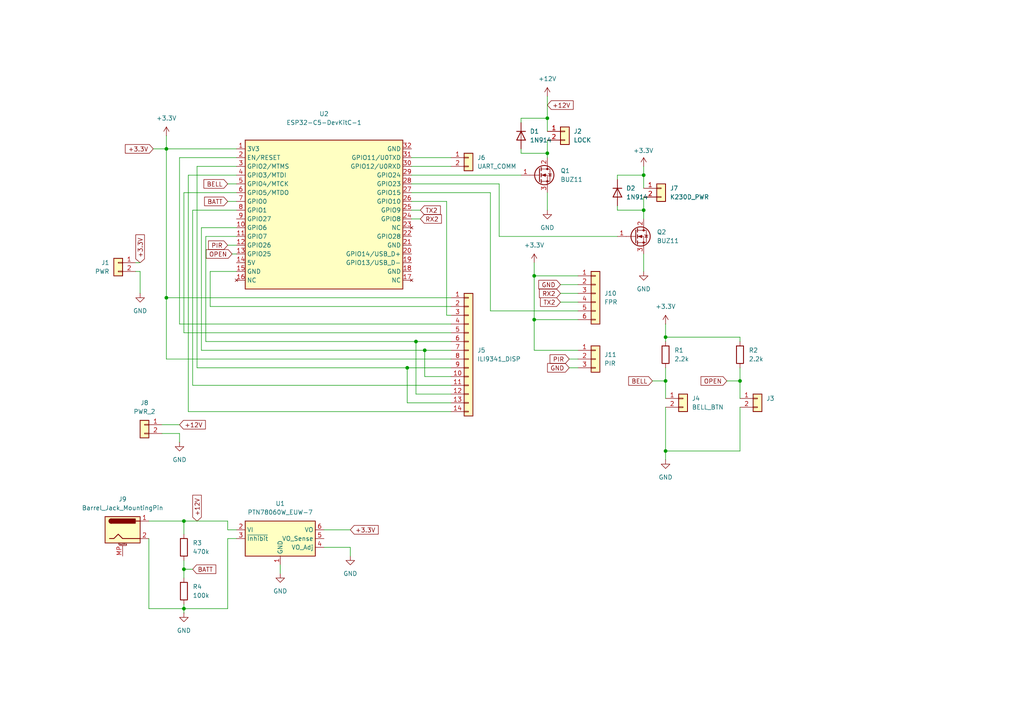
<source format=kicad_sch>
(kicad_sch (version 20250114) (generator "eeschema") (generator_version "9.0")
  (paper "A4")
  (lib_symbols
    (symbol "Connector:Barrel_Jack_MountingPin" (pin_names (hide yes))
      (property "Reference" "J" (at 0 5.334 0))
      (property "Value" "Barrel_Jack_MountingPin" (at 1.27 -6.35 0))
      (symbol "Barrel_Jack_MountingPin_0_1"
        (rectangle (start -5.08 3.81) (end 5.08 -3.81) (stroke (width 0.254)) (fill (type background)))
        (polyline (pts (xy -3.81 -2.54) (xy -2.54 -2.54) (xy -1.27 -1.27) (xy 0 -2.54) (xy 2.54 -2.54) (xy 5.08 -2.54)) (stroke (width 0.254)))
        (arc (start -3.302 1.905) (mid -3.9343 2.54) (end -3.302 3.175) (stroke (width 0.254)))
        (arc (start -3.302 1.905) (mid -3.9343 2.54) (end -3.302 3.175) (stroke (width 0.254)) (fill (type outline)))
        (rectangle (start 3.683 3.175) (end -3.302 1.905) (stroke (width 0.254)) (fill (type outline)))
        (polyline (pts (xy 5.08 2.54) (xy 3.81 2.54)) (stroke (width 0.254)))
      )
      (symbol "Barrel_Jack_MountingPin_1_1"
        (polyline (pts (xy -1.016 -4.572) (xy 1.016 -4.572)) (stroke (width 0.1524)))
        (text "Mounting" (at 0 -4.191 0) (effects (font (size 0.381 0.381))))
        (pin passive line (at 0 -7.62 90) (length 3.048) (name "MountPin") (number "MP"))
        (pin passive line (at 7.62 2.54 180) (length 2.54) (name "~") (number "1"))
        (pin passive line (at 7.62 -2.54 180) (length 2.54) (name "~") (number "2"))
      )
    )
    (symbol "Connector_Generic:Conn_01x02" (pin_names (offset 1.016) (hide yes))
      (property "Reference" "J" (at 0 2.54 0))
      (property "Value" "Conn_01x02" (at 0 -5.08 0))
      (symbol "Conn_01x02_1_1"
        (rectangle (start -1.27 1.27) (end 1.27 -3.81) (stroke (width 0.254)) (fill (type background)))
        (rectangle (start -1.27 0.127) (end 0 -0.127) (stroke (width 0.1524)))
        (rectangle (start -1.27 -2.413) (end 0 -2.667) (stroke (width 0.1524)))
        (pin passive line (at -5.08 0 0) (length 3.81) (name "Pin_1") (number "1"))
        (pin passive line (at -5.08 -2.54 0) (length 3.81) (name "Pin_2") (number "2"))
      )
    )
    (symbol "Connector_Generic:Conn_01x03" (pin_names (offset 1.016) (hide yes))
      (property "Reference" "J" (at 0 5.08 0))
      (property "Value" "Conn_01x03" (at 0 -5.08 0))
      (symbol "Conn_01x03_1_1"
        (rectangle (start -1.27 3.81) (end 1.27 -3.81) (stroke (width 0.254)) (fill (type background)))
        (rectangle (start -1.27 2.667) (end 0 2.413) (stroke (width 0.1524)))
        (rectangle (start -1.27 0.127) (end 0 -0.127) (stroke (width 0.1524)))
        (rectangle (start -1.27 -2.413) (end 0 -2.667) (stroke (width 0.1524)))
        (pin passive line (at -5.08 2.54 0) (length 3.81) (name "Pin_1") (number "1"))
        (pin passive line (at -5.08 0 0) (length 3.81) (name "Pin_2") (number "2"))
        (pin passive line (at -5.08 -2.54 0) (length 3.81) (name "Pin_3") (number "3"))
      )
    )
    (symbol "Connector_Generic:Conn_01x06" (pin_names (offset 1.016) (hide yes))
      (property "Reference" "J" (at 0 7.62 0))
      (property "Value" "Conn_01x06" (at 0 -10.16 0))
      (symbol "Conn_01x06_1_1"
        (rectangle (start -1.27 6.35) (end 1.27 -8.89) (stroke (width 0.254)) (fill (type background)))
        (rectangle (start -1.27 5.207) (end 0 4.953) (stroke (width 0.1524)))
        (rectangle (start -1.27 2.667) (end 0 2.413) (stroke (width 0.1524)))
        (rectangle (start -1.27 0.127) (end 0 -0.127) (stroke (width 0.1524)))
        (rectangle (start -1.27 -2.413) (end 0 -2.667) (stroke (width 0.1524)))
        (rectangle (start -1.27 -4.953) (end 0 -5.207) (stroke (width 0.1524)))
        (rectangle (start -1.27 -7.493) (end 0 -7.747) (stroke (width 0.1524)))
        (pin passive line (at -5.08 5.08 0) (length 3.81) (name "Pin_1") (number "1"))
        (pin passive line (at -5.08 2.54 0) (length 3.81) (name "Pin_2") (number "2"))
        (pin passive line (at -5.08 0 0) (length 3.81) (name "Pin_3") (number "3"))
        (pin passive line (at -5.08 -2.54 0) (length 3.81) (name "Pin_4") (number "4"))
        (pin passive line (at -5.08 -5.08 0) (length 3.81) (name "Pin_5") (number "5"))
        (pin passive line (at -5.08 -7.62 0) (length 3.81) (name "Pin_6") (number "6"))
      )
    )
    (symbol "Connector_Generic:Conn_01x14" (pin_names (offset 1.016) (hide yes))
      (property "Reference" "J" (at 0 17.78 0))
      (property "Value" "Conn_01x14" (at 0 -20.32 0))
      (symbol "Conn_01x14_1_1"
        (rectangle (start -1.27 16.51) (end 1.27 -19.05) (stroke (width 0.254)) (fill (type background)))
        (rectangle (start -1.27 15.367) (end 0 15.113) (stroke (width 0.1524)))
        (rectangle (start -1.27 12.827) (end 0 12.573) (stroke (width 0.1524)))
        (rectangle (start -1.27 10.287) (end 0 10.033) (stroke (width 0.1524)))
        (rectangle (start -1.27 7.747) (end 0 7.493) (stroke (width 0.1524)))
        (rectangle (start -1.27 5.207) (end 0 4.953) (stroke (width 0.1524)))
        (rectangle (start -1.27 2.667) (end 0 2.413) (stroke (width 0.1524)))
        (rectangle (start -1.27 0.127) (end 0 -0.127) (stroke (width 0.1524)))
        (rectangle (start -1.27 -2.413) (end 0 -2.667) (stroke (width 0.1524)))
        (rectangle (start -1.27 -4.953) (end 0 -5.207) (stroke (width 0.1524)))
        (rectangle (start -1.27 -7.493) (end 0 -7.747) (stroke (width 0.1524)))
        (rectangle (start -1.27 -10.033) (end 0 -10.287) (stroke (width 0.1524)))
        (rectangle (start -1.27 -12.573) (end 0 -12.827) (stroke (width 0.1524)))
        (rectangle (start -1.27 -15.113) (end 0 -15.367) (stroke (width 0.1524)))
        (rectangle (start -1.27 -17.653) (end 0 -17.907) (stroke (width 0.1524)))
        (pin passive line (at -5.08 15.24 0) (length 3.81) (name "Pin_1") (number "1"))
        (pin passive line (at -5.08 12.7 0) (length 3.81) (name "Pin_2") (number "2"))
        (pin passive line (at -5.08 10.16 0) (length 3.81) (name "Pin_3") (number "3"))
        (pin passive line (at -5.08 7.62 0) (length 3.81) (name "Pin_4") (number "4"))
        (pin passive line (at -5.08 5.08 0) (length 3.81) (name "Pin_5") (number "5"))
        (pin passive line (at -5.08 2.54 0) (length 3.81) (name "Pin_6") (number "6"))
        (pin passive line (at -5.08 0 0) (length 3.81) (name "Pin_7") (number "7"))
        (pin passive line (at -5.08 -2.54 0) (length 3.81) (name "Pin_8") (number "8"))
        (pin passive line (at -5.08 -5.08 0) (length 3.81) (name "Pin_9") (number "9"))
        (pin passive line (at -5.08 -7.62 0) (length 3.81) (name "Pin_10") (number "10"))
        (pin passive line (at -5.08 -10.16 0) (length 3.81) (name "Pin_11") (number "11"))
        (pin passive line (at -5.08 -12.7 0) (length 3.81) (name "Pin_12") (number "12"))
        (pin passive line (at -5.08 -15.24 0) (length 3.81) (name "Pin_13") (number "13"))
        (pin passive line (at -5.08 -17.78 0) (length 3.81) (name "Pin_14") (number "14"))
      )
    )
    (symbol "Converter_DCDC:PTN78060W_EUW-7"
      (property "Reference" "U" (at -6.35 6.35 0))
      (property "Value" "PTN78060W_EUW-7" (at 3.81 6.35 0))
      (symbol "PTN78060W_EUW-7_0_1"
        (rectangle (start -10.16 5.08) (end 10.16 -5.08) (stroke (width 0.254)) (fill (type background)))
      )
      (symbol "PTN78060W_EUW-7_1_1"
        (pin power_in line (at -12.7 2.54 0) (length 2.54) (name "VI") (number "2"))
        (pin input line (at -12.7 0 0) (length 2.54) (name "~{Inhibit}") (number "3"))
        (pin power_in line (at 0 -7.62 90) (length 2.54) (name "GND") (number "1"))
        (pin passive line (at 0 -7.62 90) (length 2.54) (hide yes) (name "GND") (number "7"))
        (pin power_out line (at 12.7 2.54 180) (length 2.54) (name "VO") (number "6"))
        (pin power_out line (at 12.7 0 180) (length 2.54) (name "VO_Sense") (number "5"))
        (pin input line (at 12.7 -2.54 180) (length 2.54) (name "VO_Adj") (number "4"))
      )
    )
    (symbol "Device:R" (pin_numbers (hide yes)) (pin_names (offset 0))
      (property "Reference" "R" (at 2.032 0 90))
      (property "Value" "R" (at 0 0 90))
      (symbol "R_0_1"
        (rectangle (start -1.016 -2.54) (end 1.016 2.54) (stroke (width 0.254)))
      )
      (symbol "R_1_1"
        (pin passive line (at 0 3.81 270) (length 1.27) (name "~") (number "1"))
        (pin passive line (at 0 -3.81 90) (length 1.27) (name "~") (number "2"))
      )
    )
    (symbol "Diode:1N914" (pin_numbers (hide yes)) (pin_names (hide yes))
      (property "Reference" "D" (at 0 2.54 0))
      (property "Value" "1N914" (at 0 -2.54 0))
      (symbol "1N914_0_1"
        (polyline (pts (xy -1.27 1.27) (xy -1.27 -1.27)) (stroke (width 0.254)))
        (polyline (pts (xy 1.27 1.27) (xy 1.27 -1.27) (xy -1.27 0) (xy 1.27 1.27)) (stroke (width 0.254)))
        (polyline (pts (xy 1.27 0) (xy -1.27 0)))
      )
      (symbol "1N914_1_1"
        (pin passive line (at -3.81 0 0) (length 2.54) (name "K") (number "1"))
        (pin passive line (at 3.81 0 180) (length 2.54) (name "A") (number "2"))
      )
    )
    (symbol "PCM_Espressif:ESP32-C5-DevKitC-1"
      (property "Reference" "U" (at -22.352 -0.254 0))
      (property "Value" "ESP32-C5-DevKitC-1" (at -11.938 -2.286 0))
      (property "Datasheet" "https://docs.espressif.com/projects/esp-dev-kits/en/latest/esp32c5/esp32-c5-devkitc-1/user_guide.html" (at 2.032 -54.61 0))
      (symbol "ESP32-C5-DevKitC-1_0_1"
        (rectangle (start -22.86 -3.81) (end 22.86 -46.99) (stroke (width 0.254)) (fill (type background)))
      )
      (symbol "ESP32-C5-DevKitC-1_1_0"
        (pin input line (at -25.4 -8.89 0) (length 2.54) (name "EN/RESET") (number "2"))
        (pin power_in line (at -25.4 -39.37 0) (length 2.54) (name "5V") (number "14"))
      )
      (symbol "ESP32-C5-DevKitC-1_1_1"
        (pin power_in line (at -25.4 -6.35 0) (length 2.54) (name "3V3") (number "1"))
        (pin bidirectional line (at -25.4 -11.43 0) (length 2.54) (name "GPIO2/MTMS") (number "3"))
        (pin bidirectional line (at -25.4 -13.97 0) (length 2.54) (name "GPIO3/MTDI") (number "4"))
        (pin bidirectional line (at -25.4 -16.51 0) (length 2.54) (name "GPIO4/MTCK") (number "5"))
        (pin bidirectional line (at -25.4 -19.05 0) (length 2.54) (name "GPIO5/MTDO") (number "6"))
        (pin bidirectional line (at -25.4 -21.59 0) (length 2.54) (name "GPIO0") (number "7"))
        (pin bidirectional line (at -25.4 -24.13 0) (length 2.54) (name "GPIO1") (number "8"))
        (pin bidirectional line (at -25.4 -26.67 0) (length 2.54) (name "GPIO27") (number "9"))
        (pin bidirectional line (at -25.4 -29.21 0) (length 2.54) (name "GPIO6") (number "10"))
        (pin bidirectional line (at -25.4 -31.75 0) (length 2.54) (name "GPIO7") (number "11"))
        (pin bidirectional line (at -25.4 -34.29 0) (length 2.54) (name "GPIO26") (number "12"))
        (pin bidirectional line (at -25.4 -36.83 0) (length 2.54) (name "GPIO25") (number "13"))
        (pin power_in line (at -25.4 -41.91 0) (length 2.54) (name "GND") (number "15"))
        (pin no_connect line (at -25.4 -44.45 0) (length 2.54) (name "NC") (number "16"))
        (pin power_in line (at 25.4 -6.35 180) (length 2.54) (name "GND") (number "32"))
        (pin bidirectional line (at 25.4 -8.89 180) (length 2.54) (name "GPIO11/U0TXD") (number "31"))
        (pin bidirectional line (at 25.4 -11.43 180) (length 2.54) (name "GPIO12/U0RXD") (number "30"))
        (pin bidirectional line (at 25.4 -13.97 180) (length 2.54) (name "GPIO24") (number "29"))
        (pin bidirectional line (at 25.4 -16.51 180) (length 2.54) (name "GPIO23") (number "28"))
        (pin bidirectional line (at 25.4 -19.05 180) (length 2.54) (name "GPIO15") (number "27"))
        (pin bidirectional line (at 25.4 -21.59 180) (length 2.54) (name "GPIO10") (number "26"))
        (pin bidirectional line (at 25.4 -24.13 180) (length 2.54) (name "GPIO9") (number "25"))
        (pin bidirectional line (at 25.4 -26.67 180) (length 2.54) (name "GPIO8") (number "24"))
        (pin no_connect line (at 25.4 -29.21 180) (length 2.54) (name "NC") (number "23"))
        (pin bidirectional line (at 25.4 -31.75 180) (length 2.54) (name "GPIO28") (number "22"))
        (pin power_in line (at 25.4 -34.29 180) (length 2.54) (name "GND") (number "21"))
        (pin bidirectional line (at 25.4 -36.83 180) (length 2.54) (name "GPIO14/USB_D+") (number "20"))
        (pin bidirectional line (at 25.4 -39.37 180) (length 2.54) (name "GPIO13/USB_D-") (number "19"))
        (pin power_in line (at 25.4 -41.91 180) (length 2.54) (name "GND") (number "18"))
        (pin no_connect line (at 25.4 -44.45 180) (length 2.54) (name "NC") (number "17"))
      )
    )
    (symbol "Transistor_FET:BUZ11" (pin_names (hide yes))
      (property "Reference" "Q" (at 5.08 1.905 0))
      (property "Value" "BUZ11" (at 5.08 0 0))
      (symbol "BUZ11_0_1"
        (polyline (pts (xy 0.254 1.905) (xy 0.254 -1.905)) (stroke (width 0.254)))
        (polyline (pts (xy 0.254 0) (xy -2.54 0)))
        (polyline (pts (xy 0.762 2.286) (xy 0.762 1.27)) (stroke (width 0.254)))
        (polyline (pts (xy 0.762 0.508) (xy 0.762 -0.508)) (stroke (width 0.254)))
        (polyline (pts (xy 0.762 -1.27) (xy 0.762 -2.286)) (stroke (width 0.254)))
        (polyline (pts (xy 0.762 -1.778) (xy 3.302 -1.778) (xy 3.302 1.778) (xy 0.762 1.778)))
        (polyline (pts (xy 1.016 0) (xy 2.032 0.381) (xy 2.032 -0.381) (xy 1.016 0)) (fill (type outline)))
        (circle (center 1.651 0) (radius 2.794) (stroke (width 0.254)))
        (polyline (pts (xy 2.54 2.54) (xy 2.54 1.778)))
        (circle (center 2.54 1.778) (radius 0.254) (fill (type outline)))
        (circle (center 2.54 -1.778) (radius 0.254) (fill (type outline)))
        (polyline (pts (xy 2.54 -2.54) (xy 2.54 0) (xy 0.762 0)))
        (polyline (pts (xy 2.794 0.508) (xy 2.921 0.381) (xy 3.683 0.381) (xy 3.81 0.254)))
        (polyline (pts (xy 3.302 0.381) (xy 2.921 -0.254) (xy 3.683 -0.254) (xy 3.302 0.381)))
      )
      (symbol "BUZ11_1_1"
        (pin input line (at -5.08 0 0) (length 2.54) (name "G") (number "1"))
        (pin passive line (at 2.54 5.08 270) (length 2.54) (name "D") (number "2"))
        (pin passive line (at 2.54 -5.08 90) (length 2.54) (name "S") (number "3"))
      )
    )
    (symbol "power:+12V" (power) (pin_numbers (hide yes)) (pin_names (offset 0) (hide yes))
      (property "Value" "+12V" (at 0 3.556 0))
      (symbol "+12V_0_1"
        (polyline (pts (xy -0.762 1.27) (xy 0 2.54)))
        (polyline (pts (xy 0 2.54) (xy 0.762 1.27)))
        (polyline (pts (xy 0 0) (xy 0 2.54)))
      )
      (symbol "+12V_1_1"
        (pin power_in line (at 0 0 90) (length 0) (name "~") (number "1"))
      )
    )
    (symbol "power:+3.3V" (power) (pin_numbers (hide yes)) (pin_names (offset 0) (hide yes))
      (property "Value" "+3.3V" (at 0 3.556 0))
      (symbol "+3.3V_0_1"
        (polyline (pts (xy -0.762 1.27) (xy 0 2.54)))
        (polyline (pts (xy 0 2.54) (xy 0.762 1.27)))
        (polyline (pts (xy 0 0) (xy 0 2.54)))
      )
      (symbol "+3.3V_1_1"
        (pin power_in line (at 0 0 90) (length 0) (name "~") (number "1"))
      )
    )
    (symbol "power:+5V" (power) (pin_numbers (hide yes)) (pin_names (offset 0) (hide yes))
      (property "Value" "+5V" (at 0 3.556 0))
      (symbol "+5V_0_1"
        (polyline (pts (xy -0.762 1.27) (xy 0 2.54)))
        (polyline (pts (xy 0 2.54) (xy 0.762 1.27)))
        (polyline (pts (xy 0 0) (xy 0 2.54)))
      )
      (symbol "+5V_1_1"
        (pin power_in line (at 0 0 90) (length 0) (name "~") (number "1"))
      )
    )
    (symbol "power:GND" (power) (pin_numbers (hide yes)) (pin_names (offset 0) (hide yes))
      (property "Value" "GND" (at 0 -3.81 0))
      (symbol "GND_0_1"
        (polyline (pts (xy 0 0) (xy 0 -1.27) (xy 1.27 -1.27) (xy 0 -2.54) (xy -1.27 -1.27) (xy 0 -1.27)))
      )
      (symbol "GND_1_1"
        (pin power_in line (at 0 0 270) (length 0) (name "~") (number "1"))
      )
    )
  )
  (junction (at 193.04 110.49))
  (junction (at 48.26 86.36))
  (junction (at 118.11 106.68))
  (junction (at 53.34 151.13))
  (junction (at 53.34 176.53))
  (junction (at 123.19 101.6))
  (junction (at 158.75 44.45))
  (junction (at 186.69 60.96))
  (junction (at 53.34 165.1))
  (junction (at 154.94 80.01))
  (junction (at 193.04 130.81))
  (junction (at 214.63 110.49))
  (junction (at 158.75 34.29))
  (junction (at 154.94 92.71))
  (junction (at 120.65 99.06))
  (junction (at 48.26 43.18))
  (junction (at 186.69 50.8))
  (junction (at 193.04 97.79))
  (wire (pts (xy 214.63 130.81) (xy 193.04 130.81)))
  (wire (pts (xy 119.38 45.72) (xy 130.81 45.72)))
  (wire (pts (xy 154.94 80.01) (xy 154.94 76.2)))
  (wire (pts (xy 39.37 78.74) (xy 40.64 78.74)))
  (wire (pts (xy 52.07 125.73) (xy 52.07 128.27)))
  (wire (pts (xy 43.18 156.21) (xy 43.18 176.53)))
  (wire (pts (xy 60.96 78.74) (xy 68.58 78.74)))
  (wire (pts (xy 179.07 60.96) (xy 186.69 60.96)))
  (wire (pts (xy 186.69 48.26) (xy 186.69 50.8)))
  (wire (pts (xy 66.04 71.12) (xy 68.58 71.12)))
  (wire (pts (xy 193.04 93.98) (xy 193.04 97.79)))
  (wire (pts (xy 193.04 118.11) (xy 193.04 130.81)))
  (wire (pts (xy 59.69 99.06) (xy 120.65 99.06)))
  (wire (pts (xy 130.81 114.3) (xy 120.65 114.3)))
  (wire (pts (xy 120.65 99.06) (xy 130.81 99.06)))
  (wire (pts (xy 52.07 93.98) (xy 130.81 93.98)))
  (wire (pts (xy 193.04 130.81) (xy 193.04 133.35)))
  (wire (pts (xy 186.69 57.15) (xy 186.69 60.96)))
  (wire (pts (xy 165.1 106.68) (xy 167.64 106.68)))
  (wire (pts (xy 154.94 92.71) (xy 154.94 101.6)))
  (wire (pts (xy 193.04 106.68) (xy 193.04 110.49)))
  (wire (pts (xy 210.82 110.49) (xy 214.63 110.49)))
  (wire (pts (xy 48.26 86.36) (xy 48.26 104.14)))
  (wire (pts (xy 129.54 58.42) (xy 129.54 91.44)))
  (wire (pts (xy 68.58 66.04) (xy 58.42 66.04)))
  (wire (pts (xy 120.65 114.3) (xy 120.65 99.06)))
  (wire (pts (xy 123.19 101.6) (xy 130.81 101.6)))
  (wire (pts (xy 53.34 175.26) (xy 53.34 176.53)))
  (wire (pts (xy 48.26 86.36) (xy 48.26 43.18)))
  (wire (pts (xy 189.23 110.49) (xy 193.04 110.49)))
  (wire (pts (xy 119.38 55.88) (xy 142.24 55.88)))
  (wire (pts (xy 46.99 125.73) (xy 52.07 125.73)))
  (wire (pts (xy 53.34 151.13) (xy 53.34 154.94)))
  (wire (pts (xy 179.07 52.07) (xy 179.07 50.8)))
  (wire (pts (xy 58.42 66.04) (xy 58.42 101.6)))
  (wire (pts (xy 55.88 60.96) (xy 55.88 111.76)))
  (wire (pts (xy 158.75 40.64) (xy 158.75 44.45)))
  (wire (pts (xy 179.07 50.8) (xy 186.69 50.8)))
  (wire (pts (xy 119.38 58.42) (xy 129.54 58.42)))
  (wire (pts (xy 118.11 116.84) (xy 130.81 116.84)))
  (wire (pts (xy 167.64 92.71) (xy 154.94 92.71)))
  (wire (pts (xy 151.13 35.56) (xy 151.13 34.29)))
  (wire (pts (xy 57.15 48.26) (xy 57.15 106.68)))
  (wire (pts (xy 53.34 96.52) (xy 130.81 96.52)))
  (wire (pts (xy 48.26 43.18) (xy 48.26 39.37)))
  (wire (pts (xy 130.81 119.38) (xy 54.61 119.38)))
  (wire (pts (xy 43.18 176.53) (xy 53.34 176.53)))
  (wire (pts (xy 66.04 156.21) (xy 68.58 156.21)))
  (wire (pts (xy 154.94 80.01) (xy 154.94 92.71)))
  (wire (pts (xy 93.98 153.67) (xy 101.6 153.67)))
  (wire (pts (xy 81.28 163.83) (xy 81.28 166.37)))
  (wire (pts (xy 59.69 99.06) (xy 59.69 68.58)))
  (wire (pts (xy 66.04 53.34) (xy 68.58 53.34)))
  (wire (pts (xy 186.69 73.66) (xy 186.69 78.74)))
  (wire (pts (xy 66.04 151.13) (xy 66.04 153.67)))
  (wire (pts (xy 40.64 78.74) (xy 40.64 85.09)))
  (wire (pts (xy 59.69 68.58) (xy 68.58 68.58)))
  (wire (pts (xy 68.58 45.72) (xy 52.07 45.72)))
  (wire (pts (xy 93.98 158.75) (xy 101.6 158.75)))
  (wire (pts (xy 193.04 110.49) (xy 193.04 115.57)))
  (wire (pts (xy 60.96 88.9) (xy 130.81 88.9)))
  (wire (pts (xy 43.18 151.13) (xy 53.34 151.13)))
  (wire (pts (xy 39.37 76.2) (xy 40.64 76.2)))
  (wire (pts (xy 151.13 34.29) (xy 158.75 34.29)))
  (wire (pts (xy 214.63 99.06) (xy 214.63 97.79)))
  (wire (pts (xy 66.04 153.67) (xy 68.58 153.67)))
  (wire (pts (xy 53.34 176.53) (xy 53.34 177.8)))
  (wire (pts (xy 101.6 158.75) (xy 101.6 161.29)))
  (wire (pts (xy 66.04 58.42) (xy 68.58 58.42)))
  (wire (pts (xy 186.69 60.96) (xy 186.69 63.5)))
  (wire (pts (xy 129.54 91.44) (xy 130.81 91.44)))
  (wire (pts (xy 68.58 60.96) (xy 55.88 60.96)))
  (wire (pts (xy 53.34 55.88) (xy 53.34 96.52)))
  (wire (pts (xy 67.31 73.66) (xy 68.58 73.66)))
  (wire (pts (xy 53.34 165.1) (xy 53.34 167.64)))
  (wire (pts (xy 142.24 55.88) (xy 142.24 90.17)))
  (wire (pts (xy 58.42 101.6) (xy 123.19 101.6)))
  (wire (pts (xy 66.04 156.21) (xy 66.04 176.53)))
  (wire (pts (xy 162.56 85.09) (xy 167.64 85.09)))
  (wire (pts (xy 48.26 104.14) (xy 130.81 104.14)))
  (wire (pts (xy 158.75 55.88) (xy 158.75 60.96)))
  (wire (pts (xy 158.75 34.29) (xy 158.75 38.1)))
  (wire (pts (xy 118.11 106.68) (xy 118.11 116.84)))
  (wire (pts (xy 214.63 106.68) (xy 214.63 110.49)))
  (wire (pts (xy 54.61 119.38) (xy 54.61 50.8)))
  (wire (pts (xy 46.99 123.19) (xy 52.07 123.19)))
  (wire (pts (xy 214.63 110.49) (xy 214.63 115.57)))
  (wire (pts (xy 53.34 162.56) (xy 53.34 165.1)))
  (wire (pts (xy 165.1 104.14) (xy 167.64 104.14)))
  (wire (pts (xy 60.96 88.9) (xy 60.96 78.74)))
  (wire (pts (xy 119.38 60.96) (xy 121.92 60.96)))
  (wire (pts (xy 53.34 165.1) (xy 55.88 165.1)))
  (wire (pts (xy 193.04 99.06) (xy 193.04 97.79)))
  (wire (pts (xy 158.75 27.94) (xy 158.75 34.29)))
  (wire (pts (xy 193.04 97.79) (xy 214.63 97.79)))
  (wire (pts (xy 44.45 43.18) (xy 48.26 43.18)))
  (wire (pts (xy 154.94 101.6) (xy 167.64 101.6)))
  (wire (pts (xy 151.13 44.45) (xy 158.75 44.45)))
  (wire (pts (xy 214.63 118.11) (xy 214.63 130.81)))
  (wire (pts (xy 54.61 50.8) (xy 68.58 50.8)))
  (wire (pts (xy 144.78 68.58) (xy 179.07 68.58)))
  (wire (pts (xy 118.11 106.68) (xy 130.81 106.68)))
  (wire (pts (xy 53.34 176.53) (xy 66.04 176.53)))
  (wire (pts (xy 48.26 43.18) (xy 68.58 43.18)))
  (wire (pts (xy 142.24 90.17) (xy 167.64 90.17)))
  (wire (pts (xy 119.38 48.26) (xy 130.81 48.26)))
  (wire (pts (xy 68.58 48.26) (xy 57.15 48.26)))
  (wire (pts (xy 119.38 63.5) (xy 121.92 63.5)))
  (wire (pts (xy 52.07 45.72) (xy 52.07 93.98)))
  (wire (pts (xy 55.88 111.76) (xy 130.81 111.76)))
  (wire (pts (xy 158.75 44.45) (xy 158.75 45.72)))
  (wire (pts (xy 154.94 80.01) (xy 167.64 80.01)))
  (wire (pts (xy 179.07 59.69) (xy 179.07 60.96)))
  (wire (pts (xy 119.38 53.34) (xy 144.78 53.34)))
  (wire (pts (xy 48.26 86.36) (xy 130.81 86.36)))
  (wire (pts (xy 162.56 82.55) (xy 167.64 82.55)))
  (wire (pts (xy 68.58 55.88) (xy 53.34 55.88)))
  (wire (pts (xy 123.19 101.6) (xy 123.19 109.22)))
  (wire (pts (xy 53.34 151.13) (xy 66.04 151.13)))
  (wire (pts (xy 162.56 87.63) (xy 167.64 87.63)))
  (wire (pts (xy 123.19 109.22) (xy 130.81 109.22)))
  (wire (pts (xy 57.15 106.68) (xy 118.11 106.68)))
  (wire (pts (xy 144.78 53.34) (xy 144.78 68.58)))
  (wire (pts (xy 119.38 50.8) (xy 151.13 50.8)))
  (wire (pts (xy 186.69 50.8) (xy 186.69 54.61)))
  (wire (pts (xy 151.13 43.18) (xy 151.13 44.45)))
  (global_label "BATT" (shape input) (at 66.04 58.42 180) (property "Intersheetrefs" "${INTERSHEET_REFS}" (effects (hide yes))))
  (global_label "TX2" (shape input) (at 121.92 60.96 0) (property "Intersheetrefs" "${INTERSHEET_REFS}" (effects (hide yes))))
  (global_label "TX2" (shape input) (at 162.56 87.63 180) (property "Intersheetrefs" "${INTERSHEET_REFS}" (effects (hide yes))))
  (global_label "OPEN" (shape input) (at 67.31 73.66 180) (property "Intersheetrefs" "${INTERSHEET_REFS}" (effects (hide yes))))
  (global_label "+3.3V" (shape input) (at 101.6 153.67 0) (property "Intersheetrefs" "${INTERSHEET_REFS}" (effects (hide yes))))
  (global_label "+12V" (shape input) (at 158.75 30.48 0) (property "Intersheetrefs" "${INTERSHEET_REFS}" (effects (hide yes))))
  (global_label "OPEN" (shape input) (at 210.82 110.49 180) (property "Intersheetrefs" "${INTERSHEET_REFS}" (effects (hide yes))))
  (global_label "+3.3V" (shape input) (at 44.45 43.18 180) (property "Intersheetrefs" "${INTERSHEET_REFS}" (effects (hide yes))))
  (global_label "+3.3V" (shape input) (at 40.64 76.2 90) (property "Intersheetrefs" "${INTERSHEET_REFS}" (effects (hide yes))))
  (global_label "RX2" (shape input) (at 121.92 63.5 0) (property "Intersheetrefs" "${INTERSHEET_REFS}" (effects (hide yes))))
  (global_label "PIR" (shape input) (at 165.1 104.14 180) (property "Intersheetrefs" "${INTERSHEET_REFS}" (effects (hide yes))))
  (global_label "BELL" (shape input) (at 66.04 53.34 180) (property "Intersheetrefs" "${INTERSHEET_REFS}" (effects (hide yes))))
  (global_label "GND" (shape input) (at 165.1 106.68 180) (property "Intersheetrefs" "${INTERSHEET_REFS}" (effects (hide yes))))
  (global_label "PIR" (shape input) (at 66.04 71.12 180) (property "Intersheetrefs" "${INTERSHEET_REFS}" (effects (hide yes))))
  (global_label "+12V" (shape input) (at 57.15 151.13 90) (property "Intersheetrefs" "${INTERSHEET_REFS}" (effects (hide yes))))
  (global_label "+12V" (shape input) (at 52.07 123.19 0) (property "Intersheetrefs" "${INTERSHEET_REFS}" (effects (hide yes))))
  (global_label "RX2" (shape input) (at 162.56 85.09 180) (property "Intersheetrefs" "${INTERSHEET_REFS}" (effects (hide yes))))
  (global_label "GND" (shape input) (at 162.56 82.55 180) (property "Intersheetrefs" "${INTERSHEET_REFS}" (effects (hide yes))))
  (global_label "BELL" (shape input) (at 189.23 110.49 180) (property "Intersheetrefs" "${INTERSHEET_REFS}" (effects (hide yes))))
  (global_label "BATT" (shape input) (at 55.88 165.1 0) (property "Intersheetrefs" "${INTERSHEET_REFS}" (effects (hide yes))))
  (symbol (lib_id "power:GND") (at 193.04 133.35 0) (unit 1)
    (property "Reference" "#PWR011" (effects (hide yes)))
    (property "Value" "GND" (at 193.04 138.43 0))
    (property "Description" "Power symbol creates a global label with name \"GND\" , ground" (effects (hide yes)))
  )
  (symbol (lib_id "Connector:Barrel_Jack_MountingPin") (at 35.56 153.67 0) (unit 1)
    (property "Reference" "J9" (at 35.56 144.78 0))
    (property "Value" "Barrel_Jack_MountingPin" (at 35.56 147.32 0))
    (property "Footprint" "Connector_BarrelJack:BarrelJack_Horizontal" (effects (hide yes)))
    (property "Description" "DC Barrel Jack with a mounting pin" (effects (hide yes)))
  )
  (symbol (lib_id "Connector_Generic:Conn_01x14") (at 135.89 101.6 0) (unit 1)
    (property "Reference" "J5" (at 138.43 101.5999 0) (effects (justify left)))
    (property "Value" "ILI9341_DISP" (at 138.43 104.14 0) (effects (justify left)))
    (property "Footprint" "Connector_JST:JST_EH_B14B-EH-A_1x14_P2.50mm_Vertical" (effects (hide yes)))
    (property "Description" "Generic connector, single row, 01x14, script generated (kicad-library-utils/schlib/autogen/connector/)" (effects (hide yes)))
  )
  (symbol (lib_id "Diode:1N914") (at 151.13 39.37 270) (unit 1)
    (property "Reference" "D1" (at 153.67 38.0999 90) (effects (justify left)))
    (property "Value" "1N914" (at 153.67 40.6399 90) (effects (justify left)))
    (property "Footprint" "Diode_SMD:D_SOD-523" (effects (hide yes)))
    (property "Datasheet" "http://www.vishay.com/docs/85622/1n914.pdf" (effects (hide yes)))
    (property "Description" "100V 0.3A Small Signal Fast Switching Diode, DO-35" (effects (hide yes)))
    (property "Sim.Device" "D" (effects (hide yes)))
    (property "Sim.Pins" "1=K 2=A" (effects (hide yes)))
  )
  (symbol (lib_id "Device:R") (at 193.04 102.87 0) (unit 1)
    (property "Reference" "R1" (at 195.58 101.5999 0) (effects (justify left)))
    (property "Value" "2.2k" (at 195.58 104.1399 0) (effects (justify left)))
    (property "Footprint" "Resistor_THT:R_Axial_DIN0204_L3.6mm_D1.6mm_P5.08mm_Horizontal" (effects (hide yes)))
    (property "Description" "Resistor" (effects (hide yes)))
  )
  (symbol (lib_id "Device:R") (at 53.34 158.75 0) (unit 1)
    (property "Reference" "R3" (at 55.88 157.4799 0) (effects (justify left)))
    (property "Value" "470k" (at 55.88 160.0199 0) (effects (justify left)))
    (property "Footprint" "Resistor_THT:R_Axial_DIN0204_L3.6mm_D1.6mm_P5.08mm_Horizontal" (effects (hide yes)))
    (property "Description" "Resistor" (effects (hide yes)))
  )
  (symbol (lib_id "Connector_Generic:Conn_01x02") (at 219.71 115.57 0) (unit 1)
    (property "Reference" "J3" (at 222.25 115.5699 0) (effects (justify left)))
    (property "Value" "OPEN_BTN" (effects (hide yes)))
    (property "Footprint" "Connector_JST:JST_EH_B2B-EH-A_1x02_P2.50mm_Vertical" (effects (hide yes)))
    (property "Description" "Generic connector, single row, 01x02, script generated (kicad-library-utils/schlib/autogen/connector/)" (effects (hide yes)))
  )
  (symbol (lib_id "Connector_Generic:Conn_01x02") (at 198.12 115.57 0) (unit 1)
    (property "Reference" "J4" (at 200.66 115.5699 0) (effects (justify left)))
    (property "Value" "BELL_BTN" (at 200.66 118.1099 0) (effects (justify left)))
    (property "Footprint" "Connector_JST:JST_EH_B2B-EH-A_1x02_P2.50mm_Vertical" (effects (hide yes)))
    (property "Description" "Generic connector, single row, 01x02, script generated (kicad-library-utils/schlib/autogen/connector/)" (effects (hide yes)))
  )
  (symbol (lib_id "Connector_Generic:Conn_01x02") (at 135.89 45.72 0) (unit 1)
    (property "Reference" "J6" (at 138.43 45.7199 0) (effects (justify left)))
    (property "Value" "UART_COMM" (at 138.43 48.26 0) (effects (justify left)))
    (property "Footprint" "Connector_JST:JST_EH_B2B-EH-A_1x02_P2.50mm_Vertical" (effects (hide yes)))
    (property "Description" "Generic connector, single row, 01x02, script generated (kicad-library-utils/schlib/autogen/connector/)" (effects (hide yes)))
  )
  (symbol (lib_id "Transistor_FET:BUZ11") (at 156.21 50.8 0) (unit 1)
    (property "Reference" "Q1" (at 162.56 49.5299 0) (effects (justify left)))
    (property "Value" "BUZ11" (at 162.56 52.0699 0) (effects (justify left)))
    (property "Footprint" "Package_TO_SOT_THT:TO-220-3_Vertical" (effects (hide yes)))
    (property "Datasheet" "https://media.digikey.com/pdf/Data%20Sheets/Fairchild%20PDFs/BUZ11.pdf" (effects (hide yes)))
    (property "Description" "30A Id, 50V Vds, N-Channel Power MOSFET, TO-220" (effects (hide yes)))
  )
  (symbol (lib_id "power:+3.3V") (at 154.94 76.2 0) (unit 1)
    (property "Reference" "#PWR012" (effects (hide yes)))
    (property "Value" "+3.3V" (at 154.94 71.12 0))
    (property "Description" "Power symbol creates a global label with name \"+3.3V\"" (effects (hide yes)))
  )
  (symbol (lib_id "Device:R") (at 214.63 102.87 0) (unit 1)
    (property "Reference" "R2" (at 217.17 101.5999 0) (effects (justify left)))
    (property "Value" "2.2k" (at 217.17 104.1399 0) (effects (justify left)))
    (property "Footprint" "Resistor_THT:R_Axial_DIN0204_L3.6mm_D1.6mm_P5.08mm_Horizontal" (effects (hide yes)))
    (property "Description" "Resistor" (effects (hide yes)))
  )
  (symbol (lib_id "power:+5V") (at 186.69 48.26 0) (unit 1)
    (property "Reference" "#PWR04" (effects (hide yes)))
    (property "Value" "+3.3V" (at 183.642 43.688 0) (effects (justify left)))
    (property "Description" "Power symbol creates a global label with name \"+5V\"" (effects (hide yes)))
  )
  (symbol (lib_id "Device:R") (at 53.34 171.45 0) (unit 1)
    (property "Reference" "R4" (at 55.88 170.1799 0) (effects (justify left)))
    (property "Value" "100k" (at 55.88 172.7199 0) (effects (justify left)))
    (property "Footprint" "Resistor_THT:R_Axial_DIN0204_L3.6mm_D1.6mm_P5.08mm_Horizontal" (effects (hide yes)))
    (property "Description" "Resistor" (effects (hide yes)))
  )
  (symbol (lib_id "power:+12V") (at 158.75 27.94 0) (unit 1)
    (property "Reference" "#PWR03" (effects (hide yes)))
    (property "Value" "+12V" (at 158.75 22.86 0))
    (property "Description" "Power symbol creates a global label with name \"+12V\"" (effects (hide yes)))
  )
  (symbol (lib_id "power:GND") (at 52.07 128.27 0) (unit 1)
    (property "Reference" "#PWR07" (effects (hide yes)))
    (property "Value" "GND" (at 52.07 133.35 0))
    (property "Description" "Power symbol creates a global label with name \"GND\" , ground" (effects (hide yes)))
  )
  (symbol (lib_id "power:GND") (at 53.34 177.8 0) (unit 1)
    (property "Reference" "#PWR09" (effects (hide yes)))
    (property "Value" "GND" (at 53.34 182.88 0))
    (property "Description" "Power symbol creates a global label with name \"GND\" , ground" (effects (hide yes)))
  )
  (symbol (lib_id "Connector_Generic:Conn_01x02") (at 191.77 54.61 0) (unit 1)
    (property "Reference" "J7" (at 194.31 54.6099 0) (effects (justify left)))
    (property "Value" "K230D_PWR" (at 194.31 57.1499 0) (effects (justify left)))
    (property "Footprint" "Connector_JST:JST_EH_B2B-EH-A_1x02_P2.50mm_Vertical" (effects (hide yes)))
    (property "Description" "Generic connector, single row, 01x02, script generated (kicad-library-utils/schlib/autogen/connector/)" (effects (hide yes)))
  )
  (symbol (lib_id "Connector_Generic:Conn_01x02") (at 34.29 76.2 0) (mirror y) (unit 1)
    (property "Reference" "J1" (at 31.75 76.1999 0) (effects (justify left)))
    (property "Value" "PWR" (at 31.75 78.7399 0) (effects (justify left)))
    (property "Footprint" "Connector_JST:JST_EH_B2B-EH-A_1x02_P2.50mm_Vertical" (effects (hide yes)))
    (property "Description" "Generic connector, single row, 01x02, script generated (kicad-library-utils/schlib/autogen/connector/)" (effects (hide yes)))
  )
  (symbol (lib_id "power:+3.3V") (at 193.04 93.98 0) (unit 1)
    (property "Reference" "#PWR08" (effects (hide yes)))
    (property "Value" "+3.3V" (at 193.04 88.9 0))
    (property "Description" "Power symbol creates a global label with name \"+3.3V\"" (effects (hide yes)))
  )
  (symbol (lib_id "power:GND") (at 40.64 85.09 0) (unit 1)
    (property "Reference" "#PWR02" (effects (hide yes)))
    (property "Value" "GND" (at 40.64 90.17 0))
    (property "Description" "Power symbol creates a global label with name \"GND\" , ground" (effects (hide yes)))
  )
  (symbol (lib_id "power:+3.3V") (at 48.26 39.37 0) (unit 1)
    (property "Reference" "#PWR01" (effects (hide yes)))
    (property "Value" "+3.3V" (at 48.26 34.29 0))
    (property "Description" "Power symbol creates a global label with name \"+3.3V\"" (effects (hide yes)))
  )
  (symbol (lib_id "Connector_Generic:Conn_01x02") (at 163.83 38.1 0) (unit 1)
    (property "Reference" "J2" (at 166.37 38.0999 0) (effects (justify left)))
    (property "Value" "LOCK" (at 166.37 40.6399 0) (effects (justify left)))
    (property "Footprint" "Connector_JST:JST_EH_B2B-EH-A_1x02_P2.50mm_Vertical" (effects (hide yes)))
    (property "Description" "Generic connector, single row, 01x02, script generated (kicad-library-utils/schlib/autogen/connector/)" (effects (hide yes)))
  )
  (symbol (lib_id "Diode:1N914") (at 179.07 55.88 270) (unit 1)
    (property "Reference" "D2" (at 181.61 54.6099 90) (effects (justify left)))
    (property "Value" "1N914" (at 181.61 57.1499 90) (effects (justify left)))
    (property "Footprint" "Diode_SMD:D_SOD-523" (effects (hide yes)))
    (property "Datasheet" "http://www.vishay.com/docs/85622/1n914.pdf" (effects (hide yes)))
    (property "Description" "100V 0.3A Small Signal Fast Switching Diode, DO-35" (effects (hide yes)))
    (property "Sim.Device" "D" (effects (hide yes)))
    (property "Sim.Pins" "1=K 2=A" (effects (hide yes)))
  )
  (symbol (lib_id "PCM_Espressif:ESP32-C5-DevKitC-1") (at 93.98 36.83 0) (unit 1)
    (property "Reference" "U2" (at 93.98 33.02 0))
    (property "Value" "ESP32-C5-DevKitC-1" (at 93.98 35.56 0))
    (property "Footprint" "PCM_Espressif:ESP32-C6-WROOM-1" (effects (hide yes)))
    (property "Datasheet" "https://docs.espressif.com/projects/esp-dev-kits/en/latest/esp32c5/esp32-c5-devkitc-1/user_guide.html" (effects (hide yes)))
  )
  (symbol (lib_id "Converter_DCDC:PTN78060W_EUW-7") (at 81.28 156.21 0) (unit 1)
    (property "Reference" "U1" (at 81.28 146.05 0))
    (property "Value" "PTN78060W_EUW-7" (at 81.28 148.59 0))
    (property "Footprint" "Module:Texas_EUW_R-PDSS-T7_THT" (effects (hide yes)))
    (property "Datasheet" "https://www.ti.com/lit/ds/symlink/ptn78060w.pdf" (effects (hide yes)))
    (property "Description" "3A non-isolated switching regulator power module, 7-36V input voltage, 2.5-12.6V output voltage, EUW-7" (effects (hide yes)))
  )
  (symbol (lib_id "Connector_Generic:Conn_01x03") (at 172.72 104.14 0) (unit 1)
    (property "Reference" "J11" (at 175.26 102.8699 0) (effects (justify left)))
    (property "Value" "PIR" (at 175.26 105.4099 0) (effects (justify left)))
    (property "Footprint" "Connector_JST:JST_EH_B3B-EH-A_1x03_P2.50mm_Vertical" (effects (hide yes)))
    (property "Description" "Generic connector, single row, 01x03, script generated (kicad-library-utils/schlib/autogen/connector/)" (effects (hide yes)))
  )
  (symbol (lib_id "power:GND") (at 158.75 60.96 0) (unit 1)
    (property "Reference" "#PWR05" (effects (hide yes)))
    (property "Value" "GND" (at 158.75 66.04 0))
    (property "Description" "Power symbol creates a global label with name \"GND\" , ground" (effects (hide yes)))
  )
  (symbol (lib_id "Connector_Generic:Conn_01x02") (at 41.91 123.19 0) (mirror y) (unit 1)
    (property "Reference" "J8" (at 41.91 116.84 0))
    (property "Value" "PWR_2" (at 41.91 119.38 0))
    (property "Footprint" "Connector_JST:JST_EH_B2B-EH-A_1x02_P2.50mm_Vertical" (effects (hide yes)))
    (property "Description" "Generic connector, single row, 01x02, script generated (kicad-library-utils/schlib/autogen/connector/)" (effects (hide yes)))
  )
  (symbol (lib_id "power:GND") (at 186.69 78.74 0) (unit 1)
    (property "Reference" "#PWR06" (effects (hide yes)))
    (property "Value" "GND" (at 186.69 83.82 0))
    (property "Description" "Power symbol creates a global label with name \"GND\" , ground" (effects (hide yes)))
  )
  (symbol (lib_id "power:GND") (at 101.6 161.29 0) (unit 1)
    (property "Reference" "#PWR010" (effects (hide yes)))
    (property "Value" "GND" (at 101.6 166.37 0))
    (property "Description" "Power symbol creates a global label with name \"GND\" , ground" (effects (hide yes)))
  )
  (symbol (lib_id "power:GND") (at 81.28 166.37 0) (unit 1)
    (property "Reference" "#PWR013" (effects (hide yes)))
    (property "Value" "GND" (at 81.28 171.45 0))
    (property "Description" "Power symbol creates a global label with name \"GND\" , ground" (effects (hide yes)))
  )
  (symbol (lib_id "Connector_Generic:Conn_01x06") (at 172.72 85.09 0) (unit 1)
    (property "Reference" "J10" (at 175.26 85.0899 0) (effects (justify left)))
    (property "Value" "FPR" (at 175.26 87.6299 0) (effects (justify left)))
    (property "Footprint" "Connector_JST:JST_EH_B6B-EH-A_1x06_P2.50mm_Vertical" (effects (hide yes)))
    (property "Description" "Generic connector, single row, 01x06, script generated (kicad-library-utils/schlib/autogen/connector/)" (effects (hide yes)))
  )
  (symbol (lib_id "Transistor_FET:BUZ11") (at 184.15 68.58 0) (unit 1)
    (property "Reference" "Q2" (at 190.5 67.3099 0) (effects (justify left)))
    (property "Value" "BUZ11" (at 190.5 69.8499 0) (effects (justify left)))
    (property "Footprint" "Package_TO_SOT_THT:TO-220-3_Vertical" (effects (hide yes)))
    (property "Datasheet" "https://media.digikey.com/pdf/Data%20Sheets/Fairchild%20PDFs/BUZ11.pdf" (effects (hide yes)))
    (property "Description" "30A Id, 50V Vds, N-Channel Power MOSFET, TO-220" (effects (hide yes)))
  )
)
</source>
